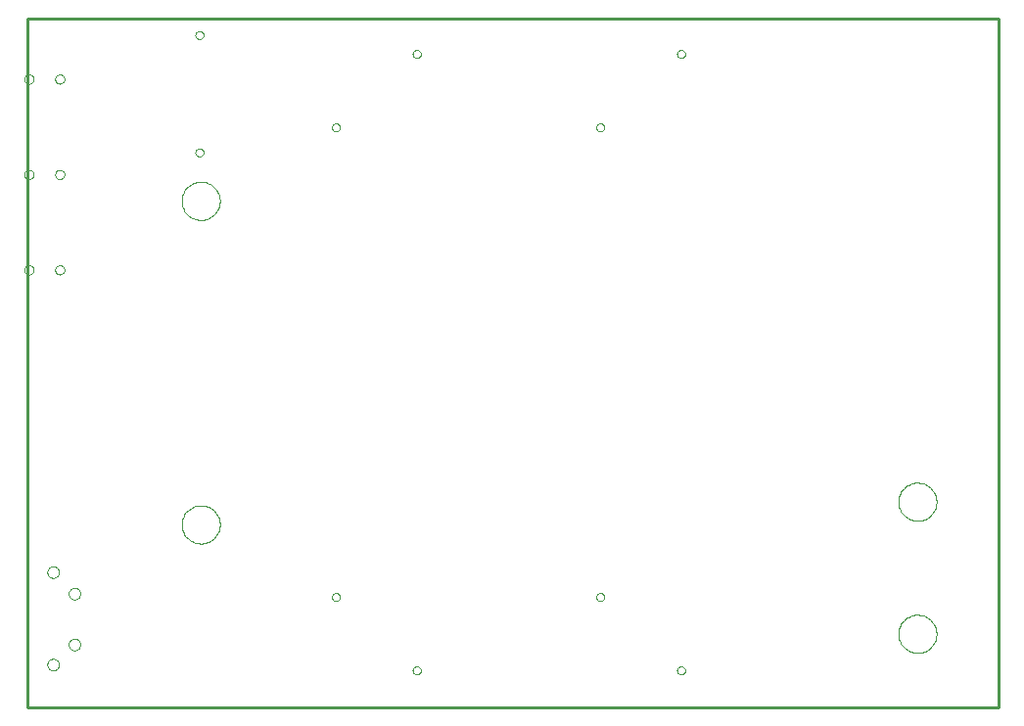
<source format=gbr>
G75*
G70*
%OFA0B0*%
%FSLAX24Y24*%
%IPPOS*%
%LPD*%
%AMOC8*
5,1,8,0,0,1.08239X$1,22.5*
%
%ADD10C,0.0000*%
%ADD11C,0.0100*%
D10*
X010825Y011033D02*
X010827Y011061D01*
X010833Y011089D01*
X010843Y011115D01*
X010856Y011140D01*
X010873Y011162D01*
X010893Y011182D01*
X010915Y011199D01*
X010940Y011212D01*
X010966Y011222D01*
X010994Y011228D01*
X011022Y011230D01*
X011050Y011228D01*
X011078Y011222D01*
X011104Y011212D01*
X011129Y011199D01*
X011151Y011182D01*
X011171Y011162D01*
X011188Y011140D01*
X011201Y011115D01*
X011211Y011089D01*
X011217Y011061D01*
X011219Y011033D01*
X011217Y011005D01*
X011211Y010977D01*
X011201Y010951D01*
X011188Y010926D01*
X011171Y010904D01*
X011151Y010884D01*
X011129Y010867D01*
X011104Y010854D01*
X011078Y010844D01*
X011050Y010838D01*
X011022Y010836D01*
X010994Y010838D01*
X010966Y010844D01*
X010940Y010854D01*
X010915Y010867D01*
X010893Y010884D01*
X010873Y010904D01*
X010856Y010926D01*
X010843Y010951D01*
X010833Y010977D01*
X010827Y011005D01*
X010825Y011033D01*
X011555Y011719D02*
X011557Y011747D01*
X011563Y011775D01*
X011573Y011801D01*
X011586Y011826D01*
X011603Y011848D01*
X011623Y011868D01*
X011645Y011885D01*
X011670Y011898D01*
X011696Y011908D01*
X011724Y011914D01*
X011752Y011916D01*
X011780Y011914D01*
X011808Y011908D01*
X011834Y011898D01*
X011859Y011885D01*
X011881Y011868D01*
X011901Y011848D01*
X011918Y011826D01*
X011931Y011801D01*
X011941Y011775D01*
X011947Y011747D01*
X011949Y011719D01*
X011947Y011691D01*
X011941Y011663D01*
X011931Y011637D01*
X011918Y011612D01*
X011901Y011590D01*
X011881Y011570D01*
X011859Y011553D01*
X011834Y011540D01*
X011808Y011530D01*
X011780Y011524D01*
X011752Y011522D01*
X011724Y011524D01*
X011696Y011530D01*
X011670Y011540D01*
X011645Y011553D01*
X011623Y011570D01*
X011603Y011590D01*
X011586Y011612D01*
X011573Y011637D01*
X011563Y011663D01*
X011557Y011691D01*
X011555Y011719D01*
X011555Y013451D02*
X011557Y013479D01*
X011563Y013507D01*
X011573Y013533D01*
X011586Y013558D01*
X011603Y013580D01*
X011623Y013600D01*
X011645Y013617D01*
X011670Y013630D01*
X011696Y013640D01*
X011724Y013646D01*
X011752Y013648D01*
X011780Y013646D01*
X011808Y013640D01*
X011834Y013630D01*
X011859Y013617D01*
X011881Y013600D01*
X011901Y013580D01*
X011918Y013558D01*
X011931Y013533D01*
X011941Y013507D01*
X011947Y013479D01*
X011949Y013451D01*
X011947Y013423D01*
X011941Y013395D01*
X011931Y013369D01*
X011918Y013344D01*
X011901Y013322D01*
X011881Y013302D01*
X011859Y013285D01*
X011834Y013272D01*
X011808Y013262D01*
X011780Y013256D01*
X011752Y013254D01*
X011724Y013256D01*
X011696Y013262D01*
X011670Y013272D01*
X011645Y013285D01*
X011623Y013302D01*
X011603Y013322D01*
X011586Y013344D01*
X011573Y013369D01*
X011563Y013395D01*
X011557Y013423D01*
X011555Y013451D01*
X010825Y014182D02*
X010827Y014210D01*
X010833Y014238D01*
X010843Y014264D01*
X010856Y014289D01*
X010873Y014311D01*
X010893Y014331D01*
X010915Y014348D01*
X010940Y014361D01*
X010966Y014371D01*
X010994Y014377D01*
X011022Y014379D01*
X011050Y014377D01*
X011078Y014371D01*
X011104Y014361D01*
X011129Y014348D01*
X011151Y014331D01*
X011171Y014311D01*
X011188Y014289D01*
X011201Y014264D01*
X011211Y014238D01*
X011217Y014210D01*
X011219Y014182D01*
X011217Y014154D01*
X011211Y014126D01*
X011201Y014100D01*
X011188Y014075D01*
X011171Y014053D01*
X011151Y014033D01*
X011129Y014016D01*
X011104Y014003D01*
X011078Y013993D01*
X011050Y013987D01*
X011022Y013985D01*
X010994Y013987D01*
X010966Y013993D01*
X010940Y014003D01*
X010915Y014016D01*
X010893Y014033D01*
X010873Y014053D01*
X010856Y014075D01*
X010843Y014100D01*
X010833Y014126D01*
X010827Y014154D01*
X010825Y014182D01*
X015399Y015806D02*
X015402Y015865D01*
X015410Y015924D01*
X015423Y015981D01*
X015442Y016038D01*
X015465Y016092D01*
X015494Y016144D01*
X015527Y016193D01*
X015564Y016239D01*
X015605Y016281D01*
X015650Y016319D01*
X015699Y016354D01*
X015750Y016383D01*
X015804Y016408D01*
X015859Y016428D01*
X015917Y016442D01*
X015975Y016452D01*
X016034Y016456D01*
X016093Y016454D01*
X016152Y016448D01*
X016210Y016436D01*
X016267Y016418D01*
X016321Y016396D01*
X016374Y016369D01*
X016424Y016337D01*
X016471Y016301D01*
X016514Y016260D01*
X016553Y016216D01*
X016588Y016169D01*
X016619Y016118D01*
X016645Y016065D01*
X016666Y016010D01*
X016682Y015953D01*
X016693Y015895D01*
X016698Y015836D01*
X016698Y015776D01*
X016693Y015717D01*
X016682Y015659D01*
X016666Y015602D01*
X016645Y015547D01*
X016619Y015494D01*
X016588Y015443D01*
X016553Y015396D01*
X016514Y015352D01*
X016471Y015311D01*
X016424Y015275D01*
X016374Y015243D01*
X016321Y015216D01*
X016267Y015194D01*
X016210Y015176D01*
X016152Y015164D01*
X016093Y015158D01*
X016034Y015156D01*
X015975Y015160D01*
X015917Y015170D01*
X015859Y015184D01*
X015804Y015204D01*
X015750Y015229D01*
X015699Y015258D01*
X015650Y015293D01*
X015605Y015331D01*
X015564Y015373D01*
X015527Y015419D01*
X015494Y015468D01*
X015465Y015520D01*
X015442Y015574D01*
X015423Y015631D01*
X015410Y015688D01*
X015402Y015747D01*
X015399Y015806D01*
X020514Y013332D02*
X020516Y013356D01*
X020522Y013379D01*
X020532Y013401D01*
X020546Y013421D01*
X020563Y013438D01*
X020583Y013452D01*
X020605Y013462D01*
X020628Y013468D01*
X020652Y013470D01*
X020676Y013468D01*
X020699Y013462D01*
X020721Y013452D01*
X020741Y013438D01*
X020758Y013421D01*
X020772Y013401D01*
X020782Y013379D01*
X020788Y013356D01*
X020790Y013332D01*
X020788Y013308D01*
X020782Y013285D01*
X020772Y013263D01*
X020758Y013243D01*
X020741Y013226D01*
X020721Y013212D01*
X020699Y013202D01*
X020676Y013196D01*
X020652Y013194D01*
X020628Y013196D01*
X020605Y013202D01*
X020583Y013212D01*
X020563Y013226D01*
X020546Y013243D01*
X020532Y013263D01*
X020522Y013285D01*
X020516Y013308D01*
X020514Y013332D01*
X023264Y010832D02*
X023266Y010856D01*
X023272Y010879D01*
X023282Y010901D01*
X023296Y010921D01*
X023313Y010938D01*
X023333Y010952D01*
X023355Y010962D01*
X023378Y010968D01*
X023402Y010970D01*
X023426Y010968D01*
X023449Y010962D01*
X023471Y010952D01*
X023491Y010938D01*
X023508Y010921D01*
X023522Y010901D01*
X023532Y010879D01*
X023538Y010856D01*
X023540Y010832D01*
X023538Y010808D01*
X023532Y010785D01*
X023522Y010763D01*
X023508Y010743D01*
X023491Y010726D01*
X023471Y010712D01*
X023449Y010702D01*
X023426Y010696D01*
X023402Y010694D01*
X023378Y010696D01*
X023355Y010702D01*
X023333Y010712D01*
X023313Y010726D01*
X023296Y010743D01*
X023282Y010763D01*
X023272Y010785D01*
X023266Y010808D01*
X023264Y010832D01*
X029514Y013332D02*
X029516Y013356D01*
X029522Y013379D01*
X029532Y013401D01*
X029546Y013421D01*
X029563Y013438D01*
X029583Y013452D01*
X029605Y013462D01*
X029628Y013468D01*
X029652Y013470D01*
X029676Y013468D01*
X029699Y013462D01*
X029721Y013452D01*
X029741Y013438D01*
X029758Y013421D01*
X029772Y013401D01*
X029782Y013379D01*
X029788Y013356D01*
X029790Y013332D01*
X029788Y013308D01*
X029782Y013285D01*
X029772Y013263D01*
X029758Y013243D01*
X029741Y013226D01*
X029721Y013212D01*
X029699Y013202D01*
X029676Y013196D01*
X029652Y013194D01*
X029628Y013196D01*
X029605Y013202D01*
X029583Y013212D01*
X029563Y013226D01*
X029546Y013243D01*
X029532Y013263D01*
X029522Y013285D01*
X029516Y013308D01*
X029514Y013332D01*
X032264Y010832D02*
X032266Y010856D01*
X032272Y010879D01*
X032282Y010901D01*
X032296Y010921D01*
X032313Y010938D01*
X032333Y010952D01*
X032355Y010962D01*
X032378Y010968D01*
X032402Y010970D01*
X032426Y010968D01*
X032449Y010962D01*
X032471Y010952D01*
X032491Y010938D01*
X032508Y010921D01*
X032522Y010901D01*
X032532Y010879D01*
X032538Y010856D01*
X032540Y010832D01*
X032538Y010808D01*
X032532Y010785D01*
X032522Y010763D01*
X032508Y010743D01*
X032491Y010726D01*
X032471Y010712D01*
X032449Y010702D01*
X032426Y010696D01*
X032402Y010694D01*
X032378Y010696D01*
X032355Y010702D01*
X032333Y010712D01*
X032313Y010726D01*
X032296Y010743D01*
X032282Y010763D01*
X032272Y010785D01*
X032266Y010808D01*
X032264Y010832D01*
X039802Y012082D02*
X039805Y012141D01*
X039813Y012200D01*
X039826Y012257D01*
X039845Y012314D01*
X039868Y012368D01*
X039897Y012420D01*
X039930Y012469D01*
X039967Y012515D01*
X040008Y012557D01*
X040053Y012595D01*
X040102Y012630D01*
X040153Y012659D01*
X040207Y012684D01*
X040262Y012704D01*
X040320Y012718D01*
X040378Y012728D01*
X040437Y012732D01*
X040496Y012730D01*
X040555Y012724D01*
X040613Y012712D01*
X040670Y012694D01*
X040724Y012672D01*
X040777Y012645D01*
X040827Y012613D01*
X040874Y012577D01*
X040917Y012536D01*
X040956Y012492D01*
X040991Y012445D01*
X041022Y012394D01*
X041048Y012341D01*
X041069Y012286D01*
X041085Y012229D01*
X041096Y012171D01*
X041101Y012112D01*
X041101Y012052D01*
X041096Y011993D01*
X041085Y011935D01*
X041069Y011878D01*
X041048Y011823D01*
X041022Y011770D01*
X040991Y011719D01*
X040956Y011672D01*
X040917Y011628D01*
X040874Y011587D01*
X040827Y011551D01*
X040777Y011519D01*
X040724Y011492D01*
X040670Y011470D01*
X040613Y011452D01*
X040555Y011440D01*
X040496Y011434D01*
X040437Y011432D01*
X040378Y011436D01*
X040320Y011446D01*
X040262Y011460D01*
X040207Y011480D01*
X040153Y011505D01*
X040102Y011534D01*
X040053Y011569D01*
X040008Y011607D01*
X039967Y011649D01*
X039930Y011695D01*
X039897Y011744D01*
X039868Y011796D01*
X039845Y011850D01*
X039826Y011907D01*
X039813Y011964D01*
X039805Y012023D01*
X039802Y012082D01*
X039802Y016582D02*
X039805Y016641D01*
X039813Y016700D01*
X039826Y016757D01*
X039845Y016814D01*
X039868Y016868D01*
X039897Y016920D01*
X039930Y016969D01*
X039967Y017015D01*
X040008Y017057D01*
X040053Y017095D01*
X040102Y017130D01*
X040153Y017159D01*
X040207Y017184D01*
X040262Y017204D01*
X040320Y017218D01*
X040378Y017228D01*
X040437Y017232D01*
X040496Y017230D01*
X040555Y017224D01*
X040613Y017212D01*
X040670Y017194D01*
X040724Y017172D01*
X040777Y017145D01*
X040827Y017113D01*
X040874Y017077D01*
X040917Y017036D01*
X040956Y016992D01*
X040991Y016945D01*
X041022Y016894D01*
X041048Y016841D01*
X041069Y016786D01*
X041085Y016729D01*
X041096Y016671D01*
X041101Y016612D01*
X041101Y016552D01*
X041096Y016493D01*
X041085Y016435D01*
X041069Y016378D01*
X041048Y016323D01*
X041022Y016270D01*
X040991Y016219D01*
X040956Y016172D01*
X040917Y016128D01*
X040874Y016087D01*
X040827Y016051D01*
X040777Y016019D01*
X040724Y015992D01*
X040670Y015970D01*
X040613Y015952D01*
X040555Y015940D01*
X040496Y015934D01*
X040437Y015932D01*
X040378Y015936D01*
X040320Y015946D01*
X040262Y015960D01*
X040207Y015980D01*
X040153Y016005D01*
X040102Y016034D01*
X040053Y016069D01*
X040008Y016107D01*
X039967Y016149D01*
X039930Y016195D01*
X039897Y016244D01*
X039868Y016296D01*
X039845Y016350D01*
X039826Y016407D01*
X039813Y016464D01*
X039805Y016523D01*
X039802Y016582D01*
X029514Y029332D02*
X029516Y029356D01*
X029522Y029379D01*
X029532Y029401D01*
X029546Y029421D01*
X029563Y029438D01*
X029583Y029452D01*
X029605Y029462D01*
X029628Y029468D01*
X029652Y029470D01*
X029676Y029468D01*
X029699Y029462D01*
X029721Y029452D01*
X029741Y029438D01*
X029758Y029421D01*
X029772Y029401D01*
X029782Y029379D01*
X029788Y029356D01*
X029790Y029332D01*
X029788Y029308D01*
X029782Y029285D01*
X029772Y029263D01*
X029758Y029243D01*
X029741Y029226D01*
X029721Y029212D01*
X029699Y029202D01*
X029676Y029196D01*
X029652Y029194D01*
X029628Y029196D01*
X029605Y029202D01*
X029583Y029212D01*
X029563Y029226D01*
X029546Y029243D01*
X029532Y029263D01*
X029522Y029285D01*
X029516Y029308D01*
X029514Y029332D01*
X032264Y031832D02*
X032266Y031856D01*
X032272Y031879D01*
X032282Y031901D01*
X032296Y031921D01*
X032313Y031938D01*
X032333Y031952D01*
X032355Y031962D01*
X032378Y031968D01*
X032402Y031970D01*
X032426Y031968D01*
X032449Y031962D01*
X032471Y031952D01*
X032491Y031938D01*
X032508Y031921D01*
X032522Y031901D01*
X032532Y031879D01*
X032538Y031856D01*
X032540Y031832D01*
X032538Y031808D01*
X032532Y031785D01*
X032522Y031763D01*
X032508Y031743D01*
X032491Y031726D01*
X032471Y031712D01*
X032449Y031702D01*
X032426Y031696D01*
X032402Y031694D01*
X032378Y031696D01*
X032355Y031702D01*
X032333Y031712D01*
X032313Y031726D01*
X032296Y031743D01*
X032282Y031763D01*
X032272Y031785D01*
X032266Y031808D01*
X032264Y031832D01*
X023264Y031832D02*
X023266Y031856D01*
X023272Y031879D01*
X023282Y031901D01*
X023296Y031921D01*
X023313Y031938D01*
X023333Y031952D01*
X023355Y031962D01*
X023378Y031968D01*
X023402Y031970D01*
X023426Y031968D01*
X023449Y031962D01*
X023471Y031952D01*
X023491Y031938D01*
X023508Y031921D01*
X023522Y031901D01*
X023532Y031879D01*
X023538Y031856D01*
X023540Y031832D01*
X023538Y031808D01*
X023532Y031785D01*
X023522Y031763D01*
X023508Y031743D01*
X023491Y031726D01*
X023471Y031712D01*
X023449Y031702D01*
X023426Y031696D01*
X023402Y031694D01*
X023378Y031696D01*
X023355Y031702D01*
X023333Y031712D01*
X023313Y031726D01*
X023296Y031743D01*
X023282Y031763D01*
X023272Y031785D01*
X023266Y031808D01*
X023264Y031832D01*
X020514Y029332D02*
X020516Y029356D01*
X020522Y029379D01*
X020532Y029401D01*
X020546Y029421D01*
X020563Y029438D01*
X020583Y029452D01*
X020605Y029462D01*
X020628Y029468D01*
X020652Y029470D01*
X020676Y029468D01*
X020699Y029462D01*
X020721Y029452D01*
X020741Y029438D01*
X020758Y029421D01*
X020772Y029401D01*
X020782Y029379D01*
X020788Y029356D01*
X020790Y029332D01*
X020788Y029308D01*
X020782Y029285D01*
X020772Y029263D01*
X020758Y029243D01*
X020741Y029226D01*
X020721Y029212D01*
X020699Y029202D01*
X020676Y029196D01*
X020652Y029194D01*
X020628Y029196D01*
X020605Y029202D01*
X020583Y029212D01*
X020563Y029226D01*
X020546Y029243D01*
X020532Y029263D01*
X020522Y029285D01*
X020516Y029308D01*
X020514Y029332D01*
X015864Y028482D02*
X015866Y028506D01*
X015872Y028529D01*
X015882Y028551D01*
X015896Y028571D01*
X015913Y028588D01*
X015933Y028602D01*
X015955Y028612D01*
X015978Y028618D01*
X016002Y028620D01*
X016026Y028618D01*
X016049Y028612D01*
X016071Y028602D01*
X016091Y028588D01*
X016108Y028571D01*
X016122Y028551D01*
X016132Y028529D01*
X016138Y028506D01*
X016140Y028482D01*
X016138Y028458D01*
X016132Y028435D01*
X016122Y028413D01*
X016108Y028393D01*
X016091Y028376D01*
X016071Y028362D01*
X016049Y028352D01*
X016026Y028346D01*
X016002Y028344D01*
X015978Y028346D01*
X015955Y028352D01*
X015933Y028362D01*
X015913Y028376D01*
X015896Y028393D01*
X015882Y028413D01*
X015872Y028435D01*
X015866Y028458D01*
X015864Y028482D01*
X015399Y026830D02*
X015402Y026889D01*
X015410Y026948D01*
X015423Y027005D01*
X015442Y027062D01*
X015465Y027116D01*
X015494Y027168D01*
X015527Y027217D01*
X015564Y027263D01*
X015605Y027305D01*
X015650Y027343D01*
X015699Y027378D01*
X015750Y027407D01*
X015804Y027432D01*
X015859Y027452D01*
X015917Y027466D01*
X015975Y027476D01*
X016034Y027480D01*
X016093Y027478D01*
X016152Y027472D01*
X016210Y027460D01*
X016267Y027442D01*
X016321Y027420D01*
X016374Y027393D01*
X016424Y027361D01*
X016471Y027325D01*
X016514Y027284D01*
X016553Y027240D01*
X016588Y027193D01*
X016619Y027142D01*
X016645Y027089D01*
X016666Y027034D01*
X016682Y026977D01*
X016693Y026919D01*
X016698Y026860D01*
X016698Y026800D01*
X016693Y026741D01*
X016682Y026683D01*
X016666Y026626D01*
X016645Y026571D01*
X016619Y026518D01*
X016588Y026467D01*
X016553Y026420D01*
X016514Y026376D01*
X016471Y026335D01*
X016424Y026299D01*
X016374Y026267D01*
X016321Y026240D01*
X016267Y026218D01*
X016210Y026200D01*
X016152Y026188D01*
X016093Y026182D01*
X016034Y026180D01*
X015975Y026184D01*
X015917Y026194D01*
X015859Y026208D01*
X015804Y026228D01*
X015750Y026253D01*
X015699Y026282D01*
X015650Y026317D01*
X015605Y026355D01*
X015564Y026397D01*
X015527Y026443D01*
X015494Y026492D01*
X015465Y026544D01*
X015442Y026598D01*
X015423Y026655D01*
X015410Y026712D01*
X015402Y026771D01*
X015399Y026830D01*
X011095Y027732D02*
X011097Y027757D01*
X011103Y027782D01*
X011113Y027805D01*
X011126Y027826D01*
X011143Y027845D01*
X011163Y027861D01*
X011185Y027874D01*
X011208Y027883D01*
X011233Y027888D01*
X011258Y027889D01*
X011283Y027886D01*
X011308Y027879D01*
X011330Y027868D01*
X011351Y027854D01*
X011370Y027836D01*
X011385Y027816D01*
X011396Y027794D01*
X011404Y027770D01*
X011408Y027745D01*
X011408Y027719D01*
X011404Y027694D01*
X011396Y027670D01*
X011385Y027648D01*
X011370Y027628D01*
X011351Y027610D01*
X011331Y027596D01*
X011308Y027585D01*
X011283Y027578D01*
X011258Y027575D01*
X011233Y027576D01*
X011208Y027581D01*
X011185Y027590D01*
X011163Y027603D01*
X011143Y027619D01*
X011126Y027638D01*
X011113Y027659D01*
X011103Y027682D01*
X011097Y027707D01*
X011095Y027732D01*
X010045Y027732D02*
X010047Y027757D01*
X010053Y027782D01*
X010063Y027805D01*
X010076Y027826D01*
X010093Y027845D01*
X010113Y027861D01*
X010135Y027874D01*
X010158Y027883D01*
X010183Y027888D01*
X010208Y027889D01*
X010233Y027886D01*
X010258Y027879D01*
X010280Y027868D01*
X010301Y027854D01*
X010320Y027836D01*
X010335Y027816D01*
X010346Y027794D01*
X010354Y027770D01*
X010358Y027745D01*
X010358Y027719D01*
X010354Y027694D01*
X010346Y027670D01*
X010335Y027648D01*
X010320Y027628D01*
X010301Y027610D01*
X010281Y027596D01*
X010258Y027585D01*
X010233Y027578D01*
X010208Y027575D01*
X010183Y027576D01*
X010158Y027581D01*
X010135Y027590D01*
X010113Y027603D01*
X010093Y027619D01*
X010076Y027638D01*
X010063Y027659D01*
X010053Y027682D01*
X010047Y027707D01*
X010045Y027732D01*
X010045Y030982D02*
X010047Y031007D01*
X010053Y031032D01*
X010063Y031055D01*
X010076Y031076D01*
X010093Y031095D01*
X010113Y031111D01*
X010135Y031124D01*
X010158Y031133D01*
X010183Y031138D01*
X010208Y031139D01*
X010233Y031136D01*
X010258Y031129D01*
X010280Y031118D01*
X010301Y031104D01*
X010320Y031086D01*
X010335Y031066D01*
X010346Y031044D01*
X010354Y031020D01*
X010358Y030995D01*
X010358Y030969D01*
X010354Y030944D01*
X010346Y030920D01*
X010335Y030898D01*
X010320Y030878D01*
X010301Y030860D01*
X010281Y030846D01*
X010258Y030835D01*
X010233Y030828D01*
X010208Y030825D01*
X010183Y030826D01*
X010158Y030831D01*
X010135Y030840D01*
X010113Y030853D01*
X010093Y030869D01*
X010076Y030888D01*
X010063Y030909D01*
X010053Y030932D01*
X010047Y030957D01*
X010045Y030982D01*
X011095Y030982D02*
X011097Y031007D01*
X011103Y031032D01*
X011113Y031055D01*
X011126Y031076D01*
X011143Y031095D01*
X011163Y031111D01*
X011185Y031124D01*
X011208Y031133D01*
X011233Y031138D01*
X011258Y031139D01*
X011283Y031136D01*
X011308Y031129D01*
X011330Y031118D01*
X011351Y031104D01*
X011370Y031086D01*
X011385Y031066D01*
X011396Y031044D01*
X011404Y031020D01*
X011408Y030995D01*
X011408Y030969D01*
X011404Y030944D01*
X011396Y030920D01*
X011385Y030898D01*
X011370Y030878D01*
X011351Y030860D01*
X011331Y030846D01*
X011308Y030835D01*
X011283Y030828D01*
X011258Y030825D01*
X011233Y030826D01*
X011208Y030831D01*
X011185Y030840D01*
X011163Y030853D01*
X011143Y030869D01*
X011126Y030888D01*
X011113Y030909D01*
X011103Y030932D01*
X011097Y030957D01*
X011095Y030982D01*
X015864Y032482D02*
X015866Y032506D01*
X015872Y032529D01*
X015882Y032551D01*
X015896Y032571D01*
X015913Y032588D01*
X015933Y032602D01*
X015955Y032612D01*
X015978Y032618D01*
X016002Y032620D01*
X016026Y032618D01*
X016049Y032612D01*
X016071Y032602D01*
X016091Y032588D01*
X016108Y032571D01*
X016122Y032551D01*
X016132Y032529D01*
X016138Y032506D01*
X016140Y032482D01*
X016138Y032458D01*
X016132Y032435D01*
X016122Y032413D01*
X016108Y032393D01*
X016091Y032376D01*
X016071Y032362D01*
X016049Y032352D01*
X016026Y032346D01*
X016002Y032344D01*
X015978Y032346D01*
X015955Y032352D01*
X015933Y032362D01*
X015913Y032376D01*
X015896Y032393D01*
X015882Y032413D01*
X015872Y032435D01*
X015866Y032458D01*
X015864Y032482D01*
X011095Y024482D02*
X011097Y024507D01*
X011103Y024532D01*
X011113Y024555D01*
X011126Y024576D01*
X011143Y024595D01*
X011163Y024611D01*
X011185Y024624D01*
X011208Y024633D01*
X011233Y024638D01*
X011258Y024639D01*
X011283Y024636D01*
X011308Y024629D01*
X011330Y024618D01*
X011351Y024604D01*
X011370Y024586D01*
X011385Y024566D01*
X011396Y024544D01*
X011404Y024520D01*
X011408Y024495D01*
X011408Y024469D01*
X011404Y024444D01*
X011396Y024420D01*
X011385Y024398D01*
X011370Y024378D01*
X011351Y024360D01*
X011331Y024346D01*
X011308Y024335D01*
X011283Y024328D01*
X011258Y024325D01*
X011233Y024326D01*
X011208Y024331D01*
X011185Y024340D01*
X011163Y024353D01*
X011143Y024369D01*
X011126Y024388D01*
X011113Y024409D01*
X011103Y024432D01*
X011097Y024457D01*
X011095Y024482D01*
X010045Y024482D02*
X010047Y024507D01*
X010053Y024532D01*
X010063Y024555D01*
X010076Y024576D01*
X010093Y024595D01*
X010113Y024611D01*
X010135Y024624D01*
X010158Y024633D01*
X010183Y024638D01*
X010208Y024639D01*
X010233Y024636D01*
X010258Y024629D01*
X010280Y024618D01*
X010301Y024604D01*
X010320Y024586D01*
X010335Y024566D01*
X010346Y024544D01*
X010354Y024520D01*
X010358Y024495D01*
X010358Y024469D01*
X010354Y024444D01*
X010346Y024420D01*
X010335Y024398D01*
X010320Y024378D01*
X010301Y024360D01*
X010281Y024346D01*
X010258Y024335D01*
X010233Y024328D01*
X010208Y024325D01*
X010183Y024326D01*
X010158Y024331D01*
X010135Y024340D01*
X010113Y024353D01*
X010093Y024369D01*
X010076Y024388D01*
X010063Y024409D01*
X010053Y024432D01*
X010047Y024457D01*
X010045Y024482D01*
D11*
X010152Y009582D02*
X043207Y009582D01*
X043207Y033050D01*
X010152Y033050D01*
X010152Y009582D01*
M02*

</source>
